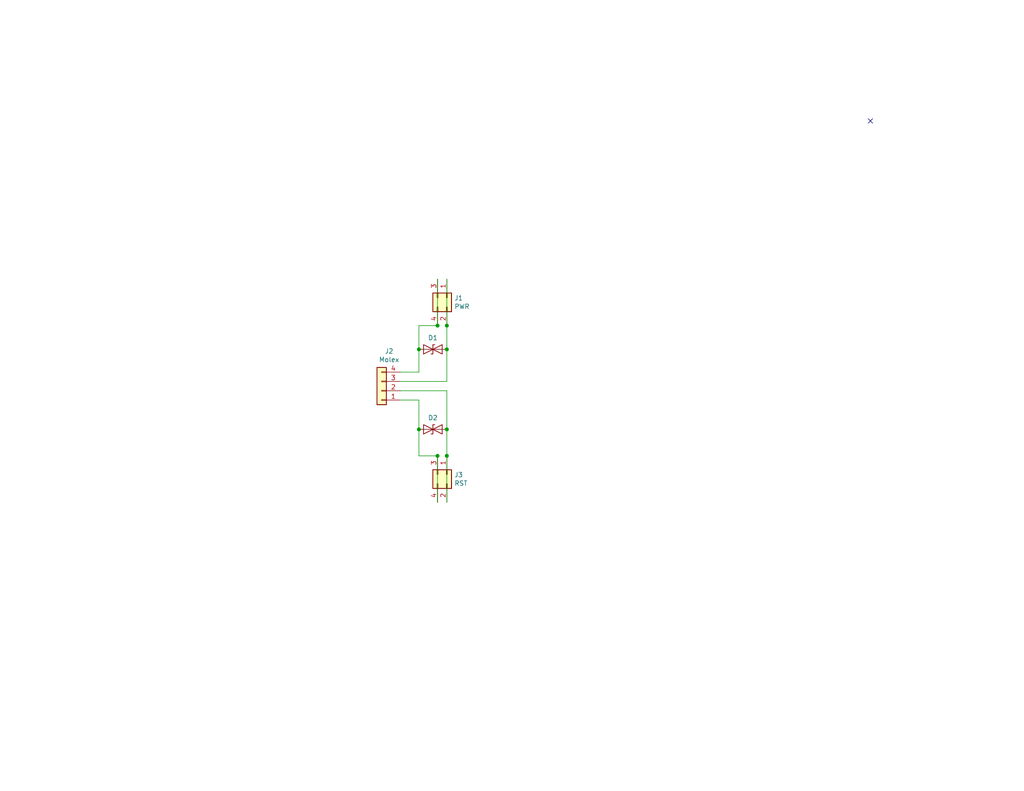
<source format=kicad_sch>
(kicad_sch (version 20210621) (generator eeschema)
  (paper "USLetter")
  (title_block (title "Power/Reset Switch Circuit - Host Side") (date "2018-09-04") (rev "5.0"))
  (lib_symbols
    (symbol "Connector_Generic:Conn_01x04" (pin_names (offset 1.016) hide)
      (property "Reference" "J" (at 0 5.08 0))
      (property "Value" "Connector_Generic_Conn_01x04" (at 0 -7.62 0))
      (symbol "Conn_01x04_1_1"
        (rectangle (start -1.27 -4.953) (end 0 -5.207) (stroke (width 0.1524)))
        (rectangle (start -1.27 -2.413) (end 0 -2.667) (stroke (width 0.1524)))
        (rectangle (start -1.27 0.127) (end 0 -0.127) (stroke (width 0.1524)))
        (rectangle (start -1.27 2.667) (end 0 2.413) (stroke (width 0.1524)))
        (rectangle (start -1.27 3.81) (end 1.27 -6.35) (stroke (width 0.254)) (fill (type background)))
        (pin passive line (at -5.08 2.54 0) (length 3.81) (name "Pin_1") (number "1"))
        (pin passive line (at -5.08 0 0) (length 3.81) (name "Pin_2") (number "2"))
        (pin passive line (at -5.08 -2.54 0) (length 3.81) (name "Pin_3") (number "3"))
        (pin passive line (at -5.08 -5.08 0) (length 3.81) (name "Pin_4") (number "4"))
      )
    )
    (symbol "Connector_Generic:Conn_02x02_Odd_Even" (pin_names (offset 1.016) hide)
      (property "Reference" "J" (at 1.27 2.54 0))
      (property "Value" "Connector_Generic_Conn_02x02_Odd_Even" (at 1.27 -5.08 0))
      (symbol "Conn_02x02_Odd_Even_1_1"
        (rectangle (start -1.27 -2.413) (end 0 -2.667) (stroke (width 0.1524)))
        (rectangle (start -1.27 0.127) (end 0 -0.127) (stroke (width 0.1524)))
        (rectangle (start -1.27 1.27) (end 3.81 -3.81) (stroke (width 0.254)) (fill (type background)))
        (rectangle (start 3.81 -2.413) (end 2.54 -2.667) (stroke (width 0.1524)))
        (rectangle (start 3.81 0.127) (end 2.54 -0.127) (stroke (width 0.1524)))
        (pin passive line (at -5.08 0 0) (length 3.81) (name "Pin_1") (number "1"))
        (pin passive line (at 7.62 0 180) (length 3.81) (name "Pin_2") (number "2"))
        (pin passive line (at -5.08 -2.54 0) (length 3.81) (name "Pin_3") (number "3"))
        (pin passive line (at 7.62 -2.54 180) (length 3.81) (name "Pin_4") (number "4"))
      )
    )
    (symbol "Device:D_TVS" (pin_numbers hide) (pin_names (offset 1.016) hide)
      (property "Reference" "D" (at 0 2.54 0))
      (property "Value" "Device_D_TVS" (at 0 -2.54 0))
      (symbol "D_TVS_0_1"
        (polyline (pts (xy 1.27 0) (xy -1.27 0)))
        (polyline (pts (xy -2.54 -1.27) (xy 0 0) (xy -2.54 1.27) (xy -2.54 -1.27)) (stroke (width 0.2032)))
        (polyline (pts (xy 0.508 1.27) (xy 0 1.27) (xy 0 -1.27) (xy -0.508 -1.27)) (stroke (width 0.2032)))
        (polyline (pts (xy 2.54 1.27) (xy 2.54 -1.27) (xy 0 0) (xy 2.54 1.27)) (stroke (width 0.2032)))
      )
      (symbol "D_TVS_1_1"
        (pin passive line (at -3.81 0 0) (length 2.54) (name "A1") (number "1"))
        (pin passive line (at 3.81 0 180) (length 2.54) (name "A2") (number "2"))
      )
    )
  )
  (junction (at 114.3 117.221))
  (junction (at 119.38 124.46))
  (junction (at 119.38 88.9))
  (junction (at 114.3 95.377))
  (junction (at 121.92 124.46))
  (junction (at 121.92 95.377))
  (junction (at 121.92 88.9))
  (junction (at 121.92 117.221))
  (no_connect (at 237.49 33.02))
  (wire (pts (xy 114.3 88.9) (xy 114.3 95.377)))
  (wire (pts (xy 121.92 95.377) (xy 121.92 104.14)))
  (wire (pts (xy 114.3 95.377) (xy 114.3 101.6)))
  (wire (pts (xy 114.3 109.22) (xy 114.3 117.221)))
  (wire (pts (xy 119.38 137.16) (xy 119.38 124.46)))
  (wire (pts (xy 114.3 117.221) (xy 114.3 124.46)))
  (wire (pts (xy 119.38 88.9) (xy 119.38 76.2)))
  (wire (pts (xy 121.92 104.14) (xy 109.22 104.14)))
  (wire (pts (xy 121.92 76.2) (xy 121.92 88.9)))
  (wire (pts (xy 119.38 124.46) (xy 114.3 124.46)))
  (wire (pts (xy 109.22 109.22) (xy 114.3 109.22)))
  (wire (pts (xy 121.92 106.68) (xy 121.92 117.221)))
  (wire (pts (xy 109.22 106.68) (xy 121.92 106.68)))
  (wire (pts (xy 121.92 124.46) (xy 121.92 137.16)))
  (wire (pts (xy 121.92 88.9) (xy 121.92 95.377)))
  (wire (pts (xy 121.92 117.221) (xy 121.92 124.46)))
  (wire (pts (xy 109.22 101.6) (xy 114.3 101.6)))
  (wire (pts (xy 119.38 88.9) (xy 114.3 88.9)))
  (symbol (lib_id "Connector_Generic:Conn_02x02_Odd_Even") (at 121.92 129.54 270) (unit 1)
    (property "Reference" "J3" (at 123.952 129.6416 90) (effects (justify left)))
    (property "Value" "RST" (at 123.952 131.953 90) (effects (justify left)))
    (property "Footprint" "Connector_PinHeader_2.54mm:PinHeader_2x02_P2.54mm_Vertical" (effects hide))
  )
  (symbol (lib_id "Connector_Generic:Conn_02x02_Odd_Even") (at 121.92 81.28 270) (unit 1)
    (property "Reference" "J1" (at 123.952 81.3816 90) (effects (justify left)))
    (property "Value" "PWR" (at 123.952 83.693 90) (effects (justify left)))
    (property "Footprint" "Connector_PinHeader_2.54mm:PinHeader_2x02_P2.54mm_Vertical" (effects hide))
  )
  (symbol (lib_id "Connector_Generic:Conn_01x04") (at 104.14 106.68 180) (unit 1)
    (property "Reference" "J2" (at 106.172 95.885 0))
    (property "Value" "Molex" (at 106.172 98.1964 0))
    (property "Footprint" "MiniSPOX-Horizontal:Connector" (effects hide))
  )
  (symbol (lib_id "Device:D_TVS") (at 118.11 95.377 180) (unit 1)
    (property "Reference" "D1" (at 118.11 92.2274 0))
    (property "Footprint" "Diode_SMD:D_SOD-323_HandSoldering" (effects hide))
  )
  (symbol (lib_id "Device:D_TVS") (at 118.11 117.221 180) (unit 1)
    (property "Reference" "D2" (at 118.11 114.0714 0))
    (property "Footprint" "Diode_SMD:D_SOD-323_HandSoldering" (effects hide))
  )
)
</source>
